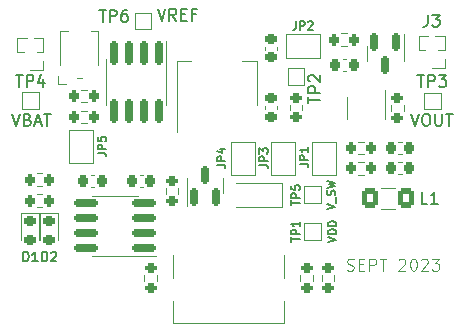
<source format=gto>
%TF.GenerationSoftware,KiCad,Pcbnew,7.0.6*%
%TF.CreationDate,2023-09-04T14:52:52+12:00*%
%TF.ProjectId,GBA_lipo,4742415f-6c69-4706-9f2e-6b696361645f,rev?*%
%TF.SameCoordinates,Original*%
%TF.FileFunction,Legend,Top*%
%TF.FilePolarity,Positive*%
%FSLAX46Y46*%
G04 Gerber Fmt 4.6, Leading zero omitted, Abs format (unit mm)*
G04 Created by KiCad (PCBNEW 7.0.6) date 2023-09-04 14:52:52*
%MOMM*%
%LPD*%
G01*
G04 APERTURE LIST*
G04 Aperture macros list*
%AMRoundRect*
0 Rectangle with rounded corners*
0 $1 Rounding radius*
0 $2 $3 $4 $5 $6 $7 $8 $9 X,Y pos of 4 corners*
0 Add a 4 corners polygon primitive as box body*
4,1,4,$2,$3,$4,$5,$6,$7,$8,$9,$2,$3,0*
0 Add four circle primitives for the rounded corners*
1,1,$1+$1,$2,$3*
1,1,$1+$1,$4,$5*
1,1,$1+$1,$6,$7*
1,1,$1+$1,$8,$9*
0 Add four rect primitives between the rounded corners*
20,1,$1+$1,$2,$3,$4,$5,0*
20,1,$1+$1,$4,$5,$6,$7,0*
20,1,$1+$1,$6,$7,$8,$9,0*
20,1,$1+$1,$8,$9,$2,$3,0*%
G04 Aperture macros list end*
%ADD10C,0.125000*%
%ADD11C,0.150000*%
%ADD12C,0.120000*%
%ADD13R,1.000000X1.000000*%
%ADD14R,1.500000X1.000000*%
%ADD15R,1.000000X1.500000*%
%ADD16RoundRect,0.200000X0.275000X-0.200000X0.275000X0.200000X-0.275000X0.200000X-0.275000X-0.200000X0*%
%ADD17RoundRect,0.250001X-0.462499X-0.624999X0.462499X-0.624999X0.462499X0.624999X-0.462499X0.624999X0*%
%ADD18O,1.000000X1.000000*%
%ADD19C,0.650000*%
%ADD20R,0.600000X1.450000*%
%ADD21R,0.300000X1.450000*%
%ADD22O,1.000000X1.600000*%
%ADD23O,1.000000X2.100000*%
%ADD24RoundRect,0.200000X0.200000X0.275000X-0.200000X0.275000X-0.200000X-0.275000X0.200000X-0.275000X0*%
%ADD25RoundRect,0.200000X-0.275000X0.200000X-0.275000X-0.200000X0.275000X-0.200000X0.275000X0.200000X0*%
%ADD26RoundRect,0.225000X-0.225000X-0.250000X0.225000X-0.250000X0.225000X0.250000X-0.225000X0.250000X0*%
%ADD27RoundRect,0.218750X-0.256250X0.218750X-0.256250X-0.218750X0.256250X-0.218750X0.256250X0.218750X0*%
%ADD28R,1.500000X2.000000*%
%ADD29R,3.800000X2.000000*%
%ADD30R,0.900000X1.200000*%
%ADD31RoundRect,0.200000X-0.200000X-0.275000X0.200000X-0.275000X0.200000X0.275000X-0.200000X0.275000X0*%
%ADD32R,1.200000X1.200000*%
%ADD33R,1.600000X1.500000*%
%ADD34R,0.650000X1.560000*%
%ADD35RoundRect,0.150000X-0.150000X0.587500X-0.150000X-0.587500X0.150000X-0.587500X0.150000X0.587500X0*%
%ADD36RoundRect,0.225000X0.225000X0.250000X-0.225000X0.250000X-0.225000X-0.250000X0.225000X-0.250000X0*%
%ADD37RoundRect,0.150000X0.825000X0.150000X-0.825000X0.150000X-0.825000X-0.150000X0.825000X-0.150000X0*%
%ADD38R,2.290000X3.000000*%
%ADD39RoundRect,0.225000X0.250000X-0.225000X0.250000X0.225000X-0.250000X0.225000X-0.250000X-0.225000X0*%
%ADD40RoundRect,0.150000X0.150000X-0.587500X0.150000X0.587500X-0.150000X0.587500X-0.150000X-0.587500X0*%
%ADD41RoundRect,0.225000X-0.250000X0.225000X-0.250000X-0.225000X0.250000X-0.225000X0.250000X0.225000X0*%
%ADD42RoundRect,0.150000X-0.150000X0.825000X-0.150000X-0.825000X0.150000X-0.825000X0.150000X0.825000X0*%
G04 APERTURE END LIST*
D10*
X110022712Y-138073500D02*
X110165569Y-138121119D01*
X110165569Y-138121119D02*
X110403664Y-138121119D01*
X110403664Y-138121119D02*
X110498902Y-138073500D01*
X110498902Y-138073500D02*
X110546521Y-138025880D01*
X110546521Y-138025880D02*
X110594140Y-137930642D01*
X110594140Y-137930642D02*
X110594140Y-137835404D01*
X110594140Y-137835404D02*
X110546521Y-137740166D01*
X110546521Y-137740166D02*
X110498902Y-137692547D01*
X110498902Y-137692547D02*
X110403664Y-137644928D01*
X110403664Y-137644928D02*
X110213188Y-137597309D01*
X110213188Y-137597309D02*
X110117950Y-137549690D01*
X110117950Y-137549690D02*
X110070331Y-137502071D01*
X110070331Y-137502071D02*
X110022712Y-137406833D01*
X110022712Y-137406833D02*
X110022712Y-137311595D01*
X110022712Y-137311595D02*
X110070331Y-137216357D01*
X110070331Y-137216357D02*
X110117950Y-137168738D01*
X110117950Y-137168738D02*
X110213188Y-137121119D01*
X110213188Y-137121119D02*
X110451283Y-137121119D01*
X110451283Y-137121119D02*
X110594140Y-137168738D01*
X111022712Y-137597309D02*
X111356045Y-137597309D01*
X111498902Y-138121119D02*
X111022712Y-138121119D01*
X111022712Y-138121119D02*
X111022712Y-137121119D01*
X111022712Y-137121119D02*
X111498902Y-137121119D01*
X111927474Y-138121119D02*
X111927474Y-137121119D01*
X111927474Y-137121119D02*
X112308426Y-137121119D01*
X112308426Y-137121119D02*
X112403664Y-137168738D01*
X112403664Y-137168738D02*
X112451283Y-137216357D01*
X112451283Y-137216357D02*
X112498902Y-137311595D01*
X112498902Y-137311595D02*
X112498902Y-137454452D01*
X112498902Y-137454452D02*
X112451283Y-137549690D01*
X112451283Y-137549690D02*
X112403664Y-137597309D01*
X112403664Y-137597309D02*
X112308426Y-137644928D01*
X112308426Y-137644928D02*
X111927474Y-137644928D01*
X112784617Y-137121119D02*
X113356045Y-137121119D01*
X113070331Y-138121119D02*
X113070331Y-137121119D01*
X114403665Y-137216357D02*
X114451284Y-137168738D01*
X114451284Y-137168738D02*
X114546522Y-137121119D01*
X114546522Y-137121119D02*
X114784617Y-137121119D01*
X114784617Y-137121119D02*
X114879855Y-137168738D01*
X114879855Y-137168738D02*
X114927474Y-137216357D01*
X114927474Y-137216357D02*
X114975093Y-137311595D01*
X114975093Y-137311595D02*
X114975093Y-137406833D01*
X114975093Y-137406833D02*
X114927474Y-137549690D01*
X114927474Y-137549690D02*
X114356046Y-138121119D01*
X114356046Y-138121119D02*
X114975093Y-138121119D01*
X115594141Y-137121119D02*
X115689379Y-137121119D01*
X115689379Y-137121119D02*
X115784617Y-137168738D01*
X115784617Y-137168738D02*
X115832236Y-137216357D01*
X115832236Y-137216357D02*
X115879855Y-137311595D01*
X115879855Y-137311595D02*
X115927474Y-137502071D01*
X115927474Y-137502071D02*
X115927474Y-137740166D01*
X115927474Y-137740166D02*
X115879855Y-137930642D01*
X115879855Y-137930642D02*
X115832236Y-138025880D01*
X115832236Y-138025880D02*
X115784617Y-138073500D01*
X115784617Y-138073500D02*
X115689379Y-138121119D01*
X115689379Y-138121119D02*
X115594141Y-138121119D01*
X115594141Y-138121119D02*
X115498903Y-138073500D01*
X115498903Y-138073500D02*
X115451284Y-138025880D01*
X115451284Y-138025880D02*
X115403665Y-137930642D01*
X115403665Y-137930642D02*
X115356046Y-137740166D01*
X115356046Y-137740166D02*
X115356046Y-137502071D01*
X115356046Y-137502071D02*
X115403665Y-137311595D01*
X115403665Y-137311595D02*
X115451284Y-137216357D01*
X115451284Y-137216357D02*
X115498903Y-137168738D01*
X115498903Y-137168738D02*
X115594141Y-137121119D01*
X116308427Y-137216357D02*
X116356046Y-137168738D01*
X116356046Y-137168738D02*
X116451284Y-137121119D01*
X116451284Y-137121119D02*
X116689379Y-137121119D01*
X116689379Y-137121119D02*
X116784617Y-137168738D01*
X116784617Y-137168738D02*
X116832236Y-137216357D01*
X116832236Y-137216357D02*
X116879855Y-137311595D01*
X116879855Y-137311595D02*
X116879855Y-137406833D01*
X116879855Y-137406833D02*
X116832236Y-137549690D01*
X116832236Y-137549690D02*
X116260808Y-138121119D01*
X116260808Y-138121119D02*
X116879855Y-138121119D01*
X117213189Y-137121119D02*
X117832236Y-137121119D01*
X117832236Y-137121119D02*
X117498903Y-137502071D01*
X117498903Y-137502071D02*
X117641760Y-137502071D01*
X117641760Y-137502071D02*
X117736998Y-137549690D01*
X117736998Y-137549690D02*
X117784617Y-137597309D01*
X117784617Y-137597309D02*
X117832236Y-137692547D01*
X117832236Y-137692547D02*
X117832236Y-137930642D01*
X117832236Y-137930642D02*
X117784617Y-138025880D01*
X117784617Y-138025880D02*
X117736998Y-138073500D01*
X117736998Y-138073500D02*
X117641760Y-138121119D01*
X117641760Y-138121119D02*
X117356046Y-138121119D01*
X117356046Y-138121119D02*
X117260808Y-138073500D01*
X117260808Y-138073500D02*
X117213189Y-138025880D01*
D11*
X105316033Y-132583333D02*
X105316033Y-132183333D01*
X106016033Y-132383333D02*
X105316033Y-132383333D01*
X106016033Y-131950000D02*
X105316033Y-131950000D01*
X105316033Y-131950000D02*
X105316033Y-131683333D01*
X105316033Y-131683333D02*
X105349366Y-131616667D01*
X105349366Y-131616667D02*
X105382700Y-131583333D01*
X105382700Y-131583333D02*
X105449366Y-131550000D01*
X105449366Y-131550000D02*
X105549366Y-131550000D01*
X105549366Y-131550000D02*
X105616033Y-131583333D01*
X105616033Y-131583333D02*
X105649366Y-131616667D01*
X105649366Y-131616667D02*
X105682700Y-131683333D01*
X105682700Y-131683333D02*
X105682700Y-131950000D01*
X105316033Y-130916667D02*
X105316033Y-131250000D01*
X105316033Y-131250000D02*
X105649366Y-131283333D01*
X105649366Y-131283333D02*
X105616033Y-131250000D01*
X105616033Y-131250000D02*
X105582700Y-131183333D01*
X105582700Y-131183333D02*
X105582700Y-131016667D01*
X105582700Y-131016667D02*
X105616033Y-130950000D01*
X105616033Y-130950000D02*
X105649366Y-130916667D01*
X105649366Y-130916667D02*
X105716033Y-130883333D01*
X105716033Y-130883333D02*
X105882700Y-130883333D01*
X105882700Y-130883333D02*
X105949366Y-130916667D01*
X105949366Y-130916667D02*
X105982700Y-130950000D01*
X105982700Y-130950000D02*
X106016033Y-131016667D01*
X106016033Y-131016667D02*
X106016033Y-131183333D01*
X106016033Y-131183333D02*
X105982700Y-131250000D01*
X105982700Y-131250000D02*
X105949366Y-131283333D01*
X108316033Y-132933333D02*
X109016033Y-132700000D01*
X109016033Y-132700000D02*
X108316033Y-132466666D01*
X109082700Y-132400000D02*
X109082700Y-131866666D01*
X108982700Y-131733333D02*
X109016033Y-131633333D01*
X109016033Y-131633333D02*
X109016033Y-131466667D01*
X109016033Y-131466667D02*
X108982700Y-131400000D01*
X108982700Y-131400000D02*
X108949366Y-131366667D01*
X108949366Y-131366667D02*
X108882700Y-131333333D01*
X108882700Y-131333333D02*
X108816033Y-131333333D01*
X108816033Y-131333333D02*
X108749366Y-131366667D01*
X108749366Y-131366667D02*
X108716033Y-131400000D01*
X108716033Y-131400000D02*
X108682700Y-131466667D01*
X108682700Y-131466667D02*
X108649366Y-131600000D01*
X108649366Y-131600000D02*
X108616033Y-131666667D01*
X108616033Y-131666667D02*
X108582700Y-131700000D01*
X108582700Y-131700000D02*
X108516033Y-131733333D01*
X108516033Y-131733333D02*
X108449366Y-131733333D01*
X108449366Y-131733333D02*
X108382700Y-131700000D01*
X108382700Y-131700000D02*
X108349366Y-131666667D01*
X108349366Y-131666667D02*
X108316033Y-131600000D01*
X108316033Y-131600000D02*
X108316033Y-131433333D01*
X108316033Y-131433333D02*
X108349366Y-131333333D01*
X108316033Y-131100000D02*
X109016033Y-130933333D01*
X109016033Y-130933333D02*
X108516033Y-130800000D01*
X108516033Y-130800000D02*
X109016033Y-130666666D01*
X109016033Y-130666666D02*
X108316033Y-130500000D01*
X88916033Y-128183333D02*
X89416033Y-128183333D01*
X89416033Y-128183333D02*
X89516033Y-128216666D01*
X89516033Y-128216666D02*
X89582700Y-128283333D01*
X89582700Y-128283333D02*
X89616033Y-128383333D01*
X89616033Y-128383333D02*
X89616033Y-128450000D01*
X89616033Y-127850000D02*
X88916033Y-127850000D01*
X88916033Y-127850000D02*
X88916033Y-127583333D01*
X88916033Y-127583333D02*
X88949366Y-127516667D01*
X88949366Y-127516667D02*
X88982700Y-127483333D01*
X88982700Y-127483333D02*
X89049366Y-127450000D01*
X89049366Y-127450000D02*
X89149366Y-127450000D01*
X89149366Y-127450000D02*
X89216033Y-127483333D01*
X89216033Y-127483333D02*
X89249366Y-127516667D01*
X89249366Y-127516667D02*
X89282700Y-127583333D01*
X89282700Y-127583333D02*
X89282700Y-127850000D01*
X88916033Y-126816667D02*
X88916033Y-127150000D01*
X88916033Y-127150000D02*
X89249366Y-127183333D01*
X89249366Y-127183333D02*
X89216033Y-127150000D01*
X89216033Y-127150000D02*
X89182700Y-127083333D01*
X89182700Y-127083333D02*
X89182700Y-126916667D01*
X89182700Y-126916667D02*
X89216033Y-126850000D01*
X89216033Y-126850000D02*
X89249366Y-126816667D01*
X89249366Y-126816667D02*
X89316033Y-126783333D01*
X89316033Y-126783333D02*
X89482700Y-126783333D01*
X89482700Y-126783333D02*
X89549366Y-126816667D01*
X89549366Y-126816667D02*
X89582700Y-126850000D01*
X89582700Y-126850000D02*
X89616033Y-126916667D01*
X89616033Y-126916667D02*
X89616033Y-127083333D01*
X89616033Y-127083333D02*
X89582700Y-127150000D01*
X89582700Y-127150000D02*
X89549366Y-127183333D01*
X99016033Y-129183333D02*
X99516033Y-129183333D01*
X99516033Y-129183333D02*
X99616033Y-129216666D01*
X99616033Y-129216666D02*
X99682700Y-129283333D01*
X99682700Y-129283333D02*
X99716033Y-129383333D01*
X99716033Y-129383333D02*
X99716033Y-129450000D01*
X99716033Y-128850000D02*
X99016033Y-128850000D01*
X99016033Y-128850000D02*
X99016033Y-128583333D01*
X99016033Y-128583333D02*
X99049366Y-128516667D01*
X99049366Y-128516667D02*
X99082700Y-128483333D01*
X99082700Y-128483333D02*
X99149366Y-128450000D01*
X99149366Y-128450000D02*
X99249366Y-128450000D01*
X99249366Y-128450000D02*
X99316033Y-128483333D01*
X99316033Y-128483333D02*
X99349366Y-128516667D01*
X99349366Y-128516667D02*
X99382700Y-128583333D01*
X99382700Y-128583333D02*
X99382700Y-128850000D01*
X99249366Y-127850000D02*
X99716033Y-127850000D01*
X98982700Y-128016667D02*
X99482700Y-128183333D01*
X99482700Y-128183333D02*
X99482700Y-127750000D01*
X102616033Y-129183333D02*
X103116033Y-129183333D01*
X103116033Y-129183333D02*
X103216033Y-129216666D01*
X103216033Y-129216666D02*
X103282700Y-129283333D01*
X103282700Y-129283333D02*
X103316033Y-129383333D01*
X103316033Y-129383333D02*
X103316033Y-129450000D01*
X103316033Y-128850000D02*
X102616033Y-128850000D01*
X102616033Y-128850000D02*
X102616033Y-128583333D01*
X102616033Y-128583333D02*
X102649366Y-128516667D01*
X102649366Y-128516667D02*
X102682700Y-128483333D01*
X102682700Y-128483333D02*
X102749366Y-128450000D01*
X102749366Y-128450000D02*
X102849366Y-128450000D01*
X102849366Y-128450000D02*
X102916033Y-128483333D01*
X102916033Y-128483333D02*
X102949366Y-128516667D01*
X102949366Y-128516667D02*
X102982700Y-128583333D01*
X102982700Y-128583333D02*
X102982700Y-128850000D01*
X102616033Y-128216667D02*
X102616033Y-127783333D01*
X102616033Y-127783333D02*
X102882700Y-128016667D01*
X102882700Y-128016667D02*
X102882700Y-127916667D01*
X102882700Y-127916667D02*
X102916033Y-127850000D01*
X102916033Y-127850000D02*
X102949366Y-127816667D01*
X102949366Y-127816667D02*
X103016033Y-127783333D01*
X103016033Y-127783333D02*
X103182700Y-127783333D01*
X103182700Y-127783333D02*
X103249366Y-127816667D01*
X103249366Y-127816667D02*
X103282700Y-127850000D01*
X103282700Y-127850000D02*
X103316033Y-127916667D01*
X103316033Y-127916667D02*
X103316033Y-128116667D01*
X103316033Y-128116667D02*
X103282700Y-128183333D01*
X103282700Y-128183333D02*
X103249366Y-128216667D01*
X105716666Y-117016033D02*
X105716666Y-117516033D01*
X105716666Y-117516033D02*
X105683333Y-117616033D01*
X105683333Y-117616033D02*
X105616666Y-117682700D01*
X105616666Y-117682700D02*
X105516666Y-117716033D01*
X105516666Y-117716033D02*
X105450000Y-117716033D01*
X106049999Y-117716033D02*
X106049999Y-117016033D01*
X106049999Y-117016033D02*
X106316666Y-117016033D01*
X106316666Y-117016033D02*
X106383333Y-117049366D01*
X106383333Y-117049366D02*
X106416666Y-117082700D01*
X106416666Y-117082700D02*
X106449999Y-117149366D01*
X106449999Y-117149366D02*
X106449999Y-117249366D01*
X106449999Y-117249366D02*
X106416666Y-117316033D01*
X106416666Y-117316033D02*
X106383333Y-117349366D01*
X106383333Y-117349366D02*
X106316666Y-117382700D01*
X106316666Y-117382700D02*
X106049999Y-117382700D01*
X106716666Y-117082700D02*
X106749999Y-117049366D01*
X106749999Y-117049366D02*
X106816666Y-117016033D01*
X106816666Y-117016033D02*
X106983333Y-117016033D01*
X106983333Y-117016033D02*
X107049999Y-117049366D01*
X107049999Y-117049366D02*
X107083333Y-117082700D01*
X107083333Y-117082700D02*
X107116666Y-117149366D01*
X107116666Y-117149366D02*
X107116666Y-117216033D01*
X107116666Y-117216033D02*
X107083333Y-117316033D01*
X107083333Y-117316033D02*
X106683333Y-117716033D01*
X106683333Y-117716033D02*
X107116666Y-117716033D01*
X106016033Y-129083333D02*
X106516033Y-129083333D01*
X106516033Y-129083333D02*
X106616033Y-129116666D01*
X106616033Y-129116666D02*
X106682700Y-129183333D01*
X106682700Y-129183333D02*
X106716033Y-129283333D01*
X106716033Y-129283333D02*
X106716033Y-129350000D01*
X106716033Y-128750000D02*
X106016033Y-128750000D01*
X106016033Y-128750000D02*
X106016033Y-128483333D01*
X106016033Y-128483333D02*
X106049366Y-128416667D01*
X106049366Y-128416667D02*
X106082700Y-128383333D01*
X106082700Y-128383333D02*
X106149366Y-128350000D01*
X106149366Y-128350000D02*
X106249366Y-128350000D01*
X106249366Y-128350000D02*
X106316033Y-128383333D01*
X106316033Y-128383333D02*
X106349366Y-128416667D01*
X106349366Y-128416667D02*
X106382700Y-128483333D01*
X106382700Y-128483333D02*
X106382700Y-128750000D01*
X106716033Y-127683333D02*
X106716033Y-128083333D01*
X106716033Y-127883333D02*
X106016033Y-127883333D01*
X106016033Y-127883333D02*
X106116033Y-127950000D01*
X106116033Y-127950000D02*
X106182700Y-128016667D01*
X106182700Y-128016667D02*
X106216033Y-128083333D01*
X89038095Y-116054819D02*
X89609523Y-116054819D01*
X89323809Y-117054819D02*
X89323809Y-116054819D01*
X89942857Y-117054819D02*
X89942857Y-116054819D01*
X89942857Y-116054819D02*
X90323809Y-116054819D01*
X90323809Y-116054819D02*
X90419047Y-116102438D01*
X90419047Y-116102438D02*
X90466666Y-116150057D01*
X90466666Y-116150057D02*
X90514285Y-116245295D01*
X90514285Y-116245295D02*
X90514285Y-116388152D01*
X90514285Y-116388152D02*
X90466666Y-116483390D01*
X90466666Y-116483390D02*
X90419047Y-116531009D01*
X90419047Y-116531009D02*
X90323809Y-116578628D01*
X90323809Y-116578628D02*
X89942857Y-116578628D01*
X91371428Y-116054819D02*
X91180952Y-116054819D01*
X91180952Y-116054819D02*
X91085714Y-116102438D01*
X91085714Y-116102438D02*
X91038095Y-116150057D01*
X91038095Y-116150057D02*
X90942857Y-116292914D01*
X90942857Y-116292914D02*
X90895238Y-116483390D01*
X90895238Y-116483390D02*
X90895238Y-116864342D01*
X90895238Y-116864342D02*
X90942857Y-116959580D01*
X90942857Y-116959580D02*
X90990476Y-117007200D01*
X90990476Y-117007200D02*
X91085714Y-117054819D01*
X91085714Y-117054819D02*
X91276190Y-117054819D01*
X91276190Y-117054819D02*
X91371428Y-117007200D01*
X91371428Y-117007200D02*
X91419047Y-116959580D01*
X91419047Y-116959580D02*
X91466666Y-116864342D01*
X91466666Y-116864342D02*
X91466666Y-116626247D01*
X91466666Y-116626247D02*
X91419047Y-116531009D01*
X91419047Y-116531009D02*
X91371428Y-116483390D01*
X91371428Y-116483390D02*
X91276190Y-116435771D01*
X91276190Y-116435771D02*
X91085714Y-116435771D01*
X91085714Y-116435771D02*
X90990476Y-116483390D01*
X90990476Y-116483390D02*
X90942857Y-116531009D01*
X90942857Y-116531009D02*
X90895238Y-116626247D01*
X93985714Y-115954819D02*
X94319047Y-116954819D01*
X94319047Y-116954819D02*
X94652380Y-115954819D01*
X95557142Y-116954819D02*
X95223809Y-116478628D01*
X94985714Y-116954819D02*
X94985714Y-115954819D01*
X94985714Y-115954819D02*
X95366666Y-115954819D01*
X95366666Y-115954819D02*
X95461904Y-116002438D01*
X95461904Y-116002438D02*
X95509523Y-116050057D01*
X95509523Y-116050057D02*
X95557142Y-116145295D01*
X95557142Y-116145295D02*
X95557142Y-116288152D01*
X95557142Y-116288152D02*
X95509523Y-116383390D01*
X95509523Y-116383390D02*
X95461904Y-116431009D01*
X95461904Y-116431009D02*
X95366666Y-116478628D01*
X95366666Y-116478628D02*
X94985714Y-116478628D01*
X95985714Y-116431009D02*
X96319047Y-116431009D01*
X96461904Y-116954819D02*
X95985714Y-116954819D01*
X95985714Y-116954819D02*
X95985714Y-115954819D01*
X95985714Y-115954819D02*
X96461904Y-115954819D01*
X97223809Y-116431009D02*
X96890476Y-116431009D01*
X96890476Y-116954819D02*
X96890476Y-115954819D01*
X96890476Y-115954819D02*
X97366666Y-115954819D01*
X81988095Y-121554819D02*
X82559523Y-121554819D01*
X82273809Y-122554819D02*
X82273809Y-121554819D01*
X82892857Y-122554819D02*
X82892857Y-121554819D01*
X82892857Y-121554819D02*
X83273809Y-121554819D01*
X83273809Y-121554819D02*
X83369047Y-121602438D01*
X83369047Y-121602438D02*
X83416666Y-121650057D01*
X83416666Y-121650057D02*
X83464285Y-121745295D01*
X83464285Y-121745295D02*
X83464285Y-121888152D01*
X83464285Y-121888152D02*
X83416666Y-121983390D01*
X83416666Y-121983390D02*
X83369047Y-122031009D01*
X83369047Y-122031009D02*
X83273809Y-122078628D01*
X83273809Y-122078628D02*
X82892857Y-122078628D01*
X84321428Y-121888152D02*
X84321428Y-122554819D01*
X84083333Y-121507200D02*
X83845238Y-122221485D01*
X83845238Y-122221485D02*
X84464285Y-122221485D01*
X81657143Y-124854819D02*
X81990476Y-125854819D01*
X81990476Y-125854819D02*
X82323809Y-124854819D01*
X82990476Y-125331009D02*
X83133333Y-125378628D01*
X83133333Y-125378628D02*
X83180952Y-125426247D01*
X83180952Y-125426247D02*
X83228571Y-125521485D01*
X83228571Y-125521485D02*
X83228571Y-125664342D01*
X83228571Y-125664342D02*
X83180952Y-125759580D01*
X83180952Y-125759580D02*
X83133333Y-125807200D01*
X83133333Y-125807200D02*
X83038095Y-125854819D01*
X83038095Y-125854819D02*
X82657143Y-125854819D01*
X82657143Y-125854819D02*
X82657143Y-124854819D01*
X82657143Y-124854819D02*
X82990476Y-124854819D01*
X82990476Y-124854819D02*
X83085714Y-124902438D01*
X83085714Y-124902438D02*
X83133333Y-124950057D01*
X83133333Y-124950057D02*
X83180952Y-125045295D01*
X83180952Y-125045295D02*
X83180952Y-125140533D01*
X83180952Y-125140533D02*
X83133333Y-125235771D01*
X83133333Y-125235771D02*
X83085714Y-125283390D01*
X83085714Y-125283390D02*
X82990476Y-125331009D01*
X82990476Y-125331009D02*
X82657143Y-125331009D01*
X83609524Y-125569104D02*
X84085714Y-125569104D01*
X83514286Y-125854819D02*
X83847619Y-124854819D01*
X83847619Y-124854819D02*
X84180952Y-125854819D01*
X84371429Y-124854819D02*
X84942857Y-124854819D01*
X84657143Y-125854819D02*
X84657143Y-124854819D01*
X115988095Y-121554819D02*
X116559523Y-121554819D01*
X116273809Y-122554819D02*
X116273809Y-121554819D01*
X116892857Y-122554819D02*
X116892857Y-121554819D01*
X116892857Y-121554819D02*
X117273809Y-121554819D01*
X117273809Y-121554819D02*
X117369047Y-121602438D01*
X117369047Y-121602438D02*
X117416666Y-121650057D01*
X117416666Y-121650057D02*
X117464285Y-121745295D01*
X117464285Y-121745295D02*
X117464285Y-121888152D01*
X117464285Y-121888152D02*
X117416666Y-121983390D01*
X117416666Y-121983390D02*
X117369047Y-122031009D01*
X117369047Y-122031009D02*
X117273809Y-122078628D01*
X117273809Y-122078628D02*
X116892857Y-122078628D01*
X117797619Y-121554819D02*
X118416666Y-121554819D01*
X118416666Y-121554819D02*
X118083333Y-121935771D01*
X118083333Y-121935771D02*
X118226190Y-121935771D01*
X118226190Y-121935771D02*
X118321428Y-121983390D01*
X118321428Y-121983390D02*
X118369047Y-122031009D01*
X118369047Y-122031009D02*
X118416666Y-122126247D01*
X118416666Y-122126247D02*
X118416666Y-122364342D01*
X118416666Y-122364342D02*
X118369047Y-122459580D01*
X118369047Y-122459580D02*
X118321428Y-122507200D01*
X118321428Y-122507200D02*
X118226190Y-122554819D01*
X118226190Y-122554819D02*
X117940476Y-122554819D01*
X117940476Y-122554819D02*
X117845238Y-122507200D01*
X117845238Y-122507200D02*
X117797619Y-122459580D01*
X115438095Y-124854819D02*
X115771428Y-125854819D01*
X115771428Y-125854819D02*
X116104761Y-124854819D01*
X116628571Y-124854819D02*
X116819047Y-124854819D01*
X116819047Y-124854819D02*
X116914285Y-124902438D01*
X116914285Y-124902438D02*
X117009523Y-124997676D01*
X117009523Y-124997676D02*
X117057142Y-125188152D01*
X117057142Y-125188152D02*
X117057142Y-125521485D01*
X117057142Y-125521485D02*
X117009523Y-125711961D01*
X117009523Y-125711961D02*
X116914285Y-125807200D01*
X116914285Y-125807200D02*
X116819047Y-125854819D01*
X116819047Y-125854819D02*
X116628571Y-125854819D01*
X116628571Y-125854819D02*
X116533333Y-125807200D01*
X116533333Y-125807200D02*
X116438095Y-125711961D01*
X116438095Y-125711961D02*
X116390476Y-125521485D01*
X116390476Y-125521485D02*
X116390476Y-125188152D01*
X116390476Y-125188152D02*
X116438095Y-124997676D01*
X116438095Y-124997676D02*
X116533333Y-124902438D01*
X116533333Y-124902438D02*
X116628571Y-124854819D01*
X117485714Y-124854819D02*
X117485714Y-125664342D01*
X117485714Y-125664342D02*
X117533333Y-125759580D01*
X117533333Y-125759580D02*
X117580952Y-125807200D01*
X117580952Y-125807200D02*
X117676190Y-125854819D01*
X117676190Y-125854819D02*
X117866666Y-125854819D01*
X117866666Y-125854819D02*
X117961904Y-125807200D01*
X117961904Y-125807200D02*
X118009523Y-125759580D01*
X118009523Y-125759580D02*
X118057142Y-125664342D01*
X118057142Y-125664342D02*
X118057142Y-124854819D01*
X118390476Y-124854819D02*
X118961904Y-124854819D01*
X118676190Y-125854819D02*
X118676190Y-124854819D01*
X106754819Y-123961904D02*
X106754819Y-123390476D01*
X107754819Y-123676190D02*
X106754819Y-123676190D01*
X107754819Y-123057142D02*
X106754819Y-123057142D01*
X106754819Y-123057142D02*
X106754819Y-122676190D01*
X106754819Y-122676190D02*
X106802438Y-122580952D01*
X106802438Y-122580952D02*
X106850057Y-122533333D01*
X106850057Y-122533333D02*
X106945295Y-122485714D01*
X106945295Y-122485714D02*
X107088152Y-122485714D01*
X107088152Y-122485714D02*
X107183390Y-122533333D01*
X107183390Y-122533333D02*
X107231009Y-122580952D01*
X107231009Y-122580952D02*
X107278628Y-122676190D01*
X107278628Y-122676190D02*
X107278628Y-123057142D01*
X106850057Y-122104761D02*
X106802438Y-122057142D01*
X106802438Y-122057142D02*
X106754819Y-121961904D01*
X106754819Y-121961904D02*
X106754819Y-121723809D01*
X106754819Y-121723809D02*
X106802438Y-121628571D01*
X106802438Y-121628571D02*
X106850057Y-121580952D01*
X106850057Y-121580952D02*
X106945295Y-121533333D01*
X106945295Y-121533333D02*
X107040533Y-121533333D01*
X107040533Y-121533333D02*
X107183390Y-121580952D01*
X107183390Y-121580952D02*
X107754819Y-122152380D01*
X107754819Y-122152380D02*
X107754819Y-121533333D01*
X105316033Y-135683333D02*
X105316033Y-135283333D01*
X106016033Y-135483333D02*
X105316033Y-135483333D01*
X106016033Y-135050000D02*
X105316033Y-135050000D01*
X105316033Y-135050000D02*
X105316033Y-134783333D01*
X105316033Y-134783333D02*
X105349366Y-134716667D01*
X105349366Y-134716667D02*
X105382700Y-134683333D01*
X105382700Y-134683333D02*
X105449366Y-134650000D01*
X105449366Y-134650000D02*
X105549366Y-134650000D01*
X105549366Y-134650000D02*
X105616033Y-134683333D01*
X105616033Y-134683333D02*
X105649366Y-134716667D01*
X105649366Y-134716667D02*
X105682700Y-134783333D01*
X105682700Y-134783333D02*
X105682700Y-135050000D01*
X106016033Y-133983333D02*
X106016033Y-134383333D01*
X106016033Y-134183333D02*
X105316033Y-134183333D01*
X105316033Y-134183333D02*
X105416033Y-134250000D01*
X105416033Y-134250000D02*
X105482700Y-134316667D01*
X105482700Y-134316667D02*
X105516033Y-134383333D01*
X108416033Y-135733333D02*
X109116033Y-135500000D01*
X109116033Y-135500000D02*
X108416033Y-135266666D01*
X109116033Y-135033333D02*
X108416033Y-135033333D01*
X108416033Y-135033333D02*
X108416033Y-134866666D01*
X108416033Y-134866666D02*
X108449366Y-134766666D01*
X108449366Y-134766666D02*
X108516033Y-134700000D01*
X108516033Y-134700000D02*
X108582700Y-134666666D01*
X108582700Y-134666666D02*
X108716033Y-134633333D01*
X108716033Y-134633333D02*
X108816033Y-134633333D01*
X108816033Y-134633333D02*
X108949366Y-134666666D01*
X108949366Y-134666666D02*
X109016033Y-134700000D01*
X109016033Y-134700000D02*
X109082700Y-134766666D01*
X109082700Y-134766666D02*
X109116033Y-134866666D01*
X109116033Y-134866666D02*
X109116033Y-135033333D01*
X109116033Y-134333333D02*
X108416033Y-134333333D01*
X108416033Y-134333333D02*
X108416033Y-134166666D01*
X108416033Y-134166666D02*
X108449366Y-134066666D01*
X108449366Y-134066666D02*
X108516033Y-134000000D01*
X108516033Y-134000000D02*
X108582700Y-133966666D01*
X108582700Y-133966666D02*
X108716033Y-133933333D01*
X108716033Y-133933333D02*
X108816033Y-133933333D01*
X108816033Y-133933333D02*
X108949366Y-133966666D01*
X108949366Y-133966666D02*
X109016033Y-134000000D01*
X109016033Y-134000000D02*
X109082700Y-134066666D01*
X109082700Y-134066666D02*
X109116033Y-134166666D01*
X109116033Y-134166666D02*
X109116033Y-134333333D01*
X116833333Y-132454819D02*
X116357143Y-132454819D01*
X116357143Y-132454819D02*
X116357143Y-131454819D01*
X117690476Y-132454819D02*
X117119048Y-132454819D01*
X117404762Y-132454819D02*
X117404762Y-131454819D01*
X117404762Y-131454819D02*
X117309524Y-131597676D01*
X117309524Y-131597676D02*
X117214286Y-131692914D01*
X117214286Y-131692914D02*
X117119048Y-131740533D01*
X116866666Y-116454819D02*
X116866666Y-117169104D01*
X116866666Y-117169104D02*
X116819047Y-117311961D01*
X116819047Y-117311961D02*
X116723809Y-117407200D01*
X116723809Y-117407200D02*
X116580952Y-117454819D01*
X116580952Y-117454819D02*
X116485714Y-117454819D01*
X117247619Y-116454819D02*
X117866666Y-116454819D01*
X117866666Y-116454819D02*
X117533333Y-116835771D01*
X117533333Y-116835771D02*
X117676190Y-116835771D01*
X117676190Y-116835771D02*
X117771428Y-116883390D01*
X117771428Y-116883390D02*
X117819047Y-116931009D01*
X117819047Y-116931009D02*
X117866666Y-117026247D01*
X117866666Y-117026247D02*
X117866666Y-117264342D01*
X117866666Y-117264342D02*
X117819047Y-117359580D01*
X117819047Y-117359580D02*
X117771428Y-117407200D01*
X117771428Y-117407200D02*
X117676190Y-117454819D01*
X117676190Y-117454819D02*
X117390476Y-117454819D01*
X117390476Y-117454819D02*
X117295238Y-117407200D01*
X117295238Y-117407200D02*
X117247619Y-117359580D01*
X82609524Y-137350295D02*
X82609524Y-136550295D01*
X82609524Y-136550295D02*
X82800000Y-136550295D01*
X82800000Y-136550295D02*
X82914286Y-136588390D01*
X82914286Y-136588390D02*
X82990476Y-136664580D01*
X82990476Y-136664580D02*
X83028571Y-136740771D01*
X83028571Y-136740771D02*
X83066667Y-136893152D01*
X83066667Y-136893152D02*
X83066667Y-137007438D01*
X83066667Y-137007438D02*
X83028571Y-137159819D01*
X83028571Y-137159819D02*
X82990476Y-137236009D01*
X82990476Y-137236009D02*
X82914286Y-137312200D01*
X82914286Y-137312200D02*
X82800000Y-137350295D01*
X82800000Y-137350295D02*
X82609524Y-137350295D01*
X83828571Y-137350295D02*
X83371428Y-137350295D01*
X83600000Y-137350295D02*
X83600000Y-136550295D01*
X83600000Y-136550295D02*
X83523809Y-136664580D01*
X83523809Y-136664580D02*
X83447619Y-136740771D01*
X83447619Y-136740771D02*
X83371428Y-136778866D01*
X84209524Y-137350295D02*
X84209524Y-136550295D01*
X84209524Y-136550295D02*
X84400000Y-136550295D01*
X84400000Y-136550295D02*
X84514286Y-136588390D01*
X84514286Y-136588390D02*
X84590476Y-136664580D01*
X84590476Y-136664580D02*
X84628571Y-136740771D01*
X84628571Y-136740771D02*
X84666667Y-136893152D01*
X84666667Y-136893152D02*
X84666667Y-137007438D01*
X84666667Y-137007438D02*
X84628571Y-137159819D01*
X84628571Y-137159819D02*
X84590476Y-137236009D01*
X84590476Y-137236009D02*
X84514286Y-137312200D01*
X84514286Y-137312200D02*
X84400000Y-137350295D01*
X84400000Y-137350295D02*
X84209524Y-137350295D01*
X84971428Y-136626485D02*
X85009524Y-136588390D01*
X85009524Y-136588390D02*
X85085714Y-136550295D01*
X85085714Y-136550295D02*
X85276190Y-136550295D01*
X85276190Y-136550295D02*
X85352381Y-136588390D01*
X85352381Y-136588390D02*
X85390476Y-136626485D01*
X85390476Y-136626485D02*
X85428571Y-136702676D01*
X85428571Y-136702676D02*
X85428571Y-136778866D01*
X85428571Y-136778866D02*
X85390476Y-136893152D01*
X85390476Y-136893152D02*
X84933333Y-137350295D01*
X84933333Y-137350295D02*
X85428571Y-137350295D01*
D12*
X106400000Y-132400000D02*
X106400000Y-131000000D01*
X107800000Y-131000000D02*
X107800000Y-132400000D01*
X106400000Y-131000000D02*
X107800000Y-131000000D01*
X107800000Y-132400000D02*
X106400000Y-132400000D01*
X86500000Y-129000000D02*
X86500000Y-126200000D01*
X86500000Y-126200000D02*
X88500000Y-126200000D01*
X88500000Y-126200000D02*
X88500000Y-129000000D01*
X88500000Y-129000000D02*
X86500000Y-129000000D01*
X100200000Y-130000000D02*
X100200000Y-127200000D01*
X100200000Y-127200000D02*
X102200000Y-127200000D01*
X102200000Y-127200000D02*
X102200000Y-130000000D01*
X102200000Y-130000000D02*
X100200000Y-130000000D01*
X103600000Y-130000000D02*
X103600000Y-127200000D01*
X103600000Y-127200000D02*
X105600000Y-127200000D01*
X105600000Y-127200000D02*
X105600000Y-130000000D01*
X105600000Y-130000000D02*
X103600000Y-130000000D01*
X107700000Y-118100000D02*
X107700000Y-120100000D01*
X104900000Y-118100000D02*
X107700000Y-118100000D01*
X104900000Y-120100000D02*
X104900000Y-118100000D01*
X107700000Y-120100000D02*
X104900000Y-120100000D01*
X107100000Y-127200000D02*
X109100000Y-127200000D01*
X107100000Y-130000000D02*
X107100000Y-127200000D01*
X109100000Y-130000000D02*
X107100000Y-130000000D01*
X109100000Y-127200000D02*
X109100000Y-130000000D01*
X92050000Y-117700000D02*
X92050000Y-116300000D01*
X93450000Y-116300000D02*
X93450000Y-117700000D01*
X92050000Y-116300000D02*
X93450000Y-116300000D01*
X93450000Y-117700000D02*
X92050000Y-117700000D01*
X82550000Y-124400000D02*
X82550000Y-123000000D01*
X83950000Y-123000000D02*
X83950000Y-124400000D01*
X82550000Y-123000000D02*
X83950000Y-123000000D01*
X83950000Y-124400000D02*
X82550000Y-124400000D01*
X116550000Y-124450000D02*
X116550000Y-123050000D01*
X117950000Y-123050000D02*
X117950000Y-124450000D01*
X116550000Y-123050000D02*
X117950000Y-123050000D01*
X117950000Y-124450000D02*
X116550000Y-124450000D01*
X105000000Y-122400000D02*
X105000000Y-121000000D01*
X106400000Y-121000000D02*
X106400000Y-122400000D01*
X105000000Y-121000000D02*
X106400000Y-121000000D01*
X106400000Y-122400000D02*
X105000000Y-122400000D01*
X107800000Y-135500000D02*
X106400000Y-135500000D01*
X106400000Y-134100000D02*
X107800000Y-134100000D01*
X107800000Y-134100000D02*
X107800000Y-135500000D01*
X106400000Y-135500000D02*
X106400000Y-134100000D01*
X106222500Y-124537258D02*
X106222500Y-124062742D01*
X105177500Y-124537258D02*
X105177500Y-124062742D01*
X112897936Y-131090000D02*
X114102064Y-131090000D01*
X112897936Y-132910000D02*
X114102064Y-132910000D01*
X118310000Y-120210000D02*
X118310000Y-120970000D01*
X118310000Y-119450000D02*
X118310000Y-118245000D01*
X118310000Y-119450000D02*
X117763471Y-119450000D01*
X116892470Y-118245000D02*
X116090000Y-118245000D01*
X116090000Y-119450000D02*
X116090000Y-118245000D01*
X118310000Y-120970000D02*
X117200000Y-120970000D01*
X118310000Y-118245000D02*
X117507530Y-118245000D01*
X116636529Y-119450000D02*
X116090000Y-119450000D01*
X95300000Y-136790000D02*
X95300000Y-138790000D01*
X95300000Y-140690000D02*
X95300000Y-142590000D01*
X104700000Y-136790000D02*
X104700000Y-138790000D01*
X104700000Y-140690000D02*
X104700000Y-142590000D01*
X95300000Y-142590000D02*
X104700000Y-142590000D01*
X87977258Y-123862500D02*
X87502742Y-123862500D01*
X87977258Y-122817500D02*
X87502742Y-122817500D01*
X92877500Y-138502742D02*
X92877500Y-138977258D01*
X93922500Y-138502742D02*
X93922500Y-138977258D01*
X88332420Y-131050000D02*
X88613580Y-131050000D01*
X88332420Y-130030000D02*
X88613580Y-130030000D01*
X83935000Y-133242500D02*
X82465000Y-133242500D01*
X83935000Y-135527500D02*
X83935000Y-133242500D01*
X82465000Y-133242500D02*
X82465000Y-135527500D01*
X102410000Y-120355000D02*
X101150000Y-120355000D01*
X95590000Y-126365000D02*
X95590000Y-120355000D01*
X95590000Y-120355000D02*
X96850000Y-120355000D01*
X102410000Y-124115000D02*
X102410000Y-120355000D01*
X104500000Y-132740000D02*
X104500000Y-130740000D01*
X104500000Y-130740000D02*
X100600000Y-130740000D01*
X104500000Y-132740000D02*
X100600000Y-132740000D01*
X83762742Y-132709500D02*
X84237258Y-132709500D01*
X83762742Y-131664500D02*
X84237258Y-131664500D01*
X85565000Y-122340000D02*
X86265000Y-122340000D01*
X87165000Y-121840000D02*
X87565000Y-121840000D01*
X85765000Y-120740000D02*
X85765000Y-117840000D01*
X88965000Y-120740000D02*
X88965000Y-117840000D01*
X88965000Y-117840000D02*
X88365000Y-117840000D01*
X85565000Y-121640000D02*
X85565000Y-122340000D01*
X85765000Y-117840000D02*
X86365000Y-117840000D01*
X113210000Y-125265000D02*
X113210000Y-122815000D01*
X109990000Y-123465000D02*
X109990000Y-125265000D01*
X114384420Y-128250000D02*
X114665580Y-128250000D01*
X114384420Y-127230000D02*
X114665580Y-127230000D01*
X85535000Y-133242500D02*
X84065000Y-133242500D01*
X84065000Y-133242500D02*
X84065000Y-135527500D01*
X85535000Y-135527500D02*
X85535000Y-133242500D01*
X114810000Y-119740000D02*
X114810000Y-120390000D01*
X111690000Y-119740000D02*
X111690000Y-119090000D01*
X114810000Y-119740000D02*
X114810000Y-118065000D01*
X111690000Y-119740000D02*
X111690000Y-120390000D01*
X92740580Y-131050000D02*
X92459420Y-131050000D01*
X92740580Y-130030000D02*
X92459420Y-130030000D01*
X109684420Y-121250000D02*
X109965580Y-121250000D01*
X109684420Y-120230000D02*
X109965580Y-120230000D01*
X90370000Y-136900000D02*
X93820000Y-136900000D01*
X90370000Y-131780000D02*
X92320000Y-131780000D01*
X90370000Y-131780000D02*
X88420000Y-131780000D01*
X90370000Y-136900000D02*
X88420000Y-136900000D01*
X95722500Y-131127742D02*
X95722500Y-131602258D01*
X94677500Y-131127742D02*
X94677500Y-131602258D01*
X83762742Y-130931500D02*
X84237258Y-130931500D01*
X83762742Y-129886500D02*
X84237258Y-129886500D01*
X82090000Y-119650000D02*
X82090000Y-118445000D01*
X82892470Y-118445000D02*
X82090000Y-118445000D01*
X82636529Y-119650000D02*
X82090000Y-119650000D01*
X84310000Y-119650000D02*
X84310000Y-118445000D01*
X84310000Y-119650000D02*
X83763471Y-119650000D01*
X84310000Y-118445000D02*
X83507530Y-118445000D01*
X84310000Y-121170000D02*
X83200000Y-121170000D01*
X84310000Y-120410000D02*
X84310000Y-121170000D01*
X110962742Y-129987500D02*
X111437258Y-129987500D01*
X110962742Y-128942500D02*
X111437258Y-128942500D01*
X107877500Y-138502742D02*
X107877500Y-138977258D01*
X108922500Y-138502742D02*
X108922500Y-138977258D01*
X107122500Y-138527742D02*
X107122500Y-139002258D01*
X106077500Y-138527742D02*
X106077500Y-139002258D01*
X87502742Y-125662500D02*
X87977258Y-125662500D01*
X87502742Y-124617500D02*
X87977258Y-124617500D01*
X110962742Y-127217500D02*
X111437258Y-127217500D01*
X110962742Y-128262500D02*
X111437258Y-128262500D01*
X103090000Y-124440580D02*
X103090000Y-124159420D01*
X104110000Y-124440580D02*
X104110000Y-124159420D01*
X96440000Y-130940000D02*
X96440000Y-132615000D01*
X96440000Y-130940000D02*
X96440000Y-130290000D01*
X99560000Y-130940000D02*
X99560000Y-131590000D01*
X99560000Y-130940000D02*
X99560000Y-130290000D01*
X104110000Y-119149420D02*
X104110000Y-119430580D01*
X103090000Y-119149420D02*
X103090000Y-119430580D01*
X114665580Y-128955000D02*
X114384420Y-128955000D01*
X114665580Y-129975000D02*
X114384420Y-129975000D01*
X114822500Y-124577258D02*
X114822500Y-124102742D01*
X113777500Y-124577258D02*
X113777500Y-124102742D01*
X109537742Y-119087500D02*
X110012258Y-119087500D01*
X109537742Y-118042500D02*
X110012258Y-118042500D01*
X89605000Y-122140000D02*
X89605000Y-120190000D01*
X89605000Y-122140000D02*
X89605000Y-124090000D01*
X94725000Y-122140000D02*
X94725000Y-118690000D01*
X94725000Y-122140000D02*
X94725000Y-124090000D01*
%LPC*%
D13*
X107100000Y-131700000D03*
D14*
X87500000Y-126950000D03*
X87500000Y-128250000D03*
X101200000Y-127950000D03*
X101200000Y-129250000D03*
X104600000Y-127950000D03*
X104600000Y-129250000D03*
D15*
X106950000Y-119100000D03*
X105650000Y-119100000D03*
D14*
X108100000Y-127950000D03*
X108100000Y-129250000D03*
D13*
X92750000Y-117000000D03*
X83250000Y-123700000D03*
X117250000Y-123750000D03*
X105700000Y-121700000D03*
X107100000Y-134800000D03*
D16*
X105700000Y-125125000D03*
X105700000Y-123475000D03*
D17*
X114987500Y-132000000D03*
X112012500Y-132000000D03*
D13*
X117200000Y-120210000D03*
D18*
X117200000Y-118940000D03*
D19*
X102890000Y-136090000D03*
X97110000Y-136090000D03*
D20*
X96750000Y-134645000D03*
X97550000Y-134645000D03*
D21*
X98750000Y-134645000D03*
X99750000Y-134645000D03*
X100250000Y-134645000D03*
X101250000Y-134645000D03*
D20*
X102450000Y-134645000D03*
X103250000Y-134645000D03*
X103250000Y-134645000D03*
X102450000Y-134645000D03*
D21*
X101750000Y-134645000D03*
X100750000Y-134645000D03*
X99250000Y-134645000D03*
X98250000Y-134645000D03*
D20*
X97550000Y-134645000D03*
X96750000Y-134645000D03*
D22*
X95680000Y-139740000D03*
X104320000Y-139740000D03*
D23*
X104320000Y-135560000D03*
X95680000Y-135560000D03*
D24*
X88565000Y-123340000D03*
X86915000Y-123340000D03*
D25*
X93400000Y-137915000D03*
X93400000Y-139565000D03*
D26*
X87698000Y-130540000D03*
X89248000Y-130540000D03*
D27*
X83200000Y-133940000D03*
X83200000Y-135515000D03*
D28*
X96700000Y-125415000D03*
X99000000Y-125415000D03*
D29*
X99000000Y-119115000D03*
D28*
X101300000Y-125415000D03*
D30*
X103900000Y-131740000D03*
X100600000Y-131740000D03*
D31*
X83175000Y-132187000D03*
X84825000Y-132187000D03*
D32*
X86365000Y-121540000D03*
D33*
X87365000Y-118290000D03*
D32*
X88365000Y-121540000D03*
D34*
X112550000Y-123015000D03*
X111600000Y-123015000D03*
X110650000Y-123015000D03*
X110650000Y-125715000D03*
X112550000Y-125715000D03*
D26*
X113750000Y-127740000D03*
X115300000Y-127740000D03*
D27*
X84800000Y-133940000D03*
X84800000Y-135515000D03*
D35*
X114200000Y-118802500D03*
X112300000Y-118802500D03*
X113250000Y-120677500D03*
D36*
X93375000Y-130540000D03*
X91825000Y-130540000D03*
D26*
X109050000Y-120740000D03*
X110600000Y-120740000D03*
D37*
X92845000Y-136245000D03*
X92845000Y-134975000D03*
X92845000Y-133705000D03*
X92845000Y-132435000D03*
X87895000Y-132435000D03*
X87895000Y-133705000D03*
X87895000Y-134975000D03*
X87895000Y-136245000D03*
D38*
X90370000Y-134340000D03*
D25*
X95200000Y-130540000D03*
X95200000Y-132190000D03*
D31*
X83175000Y-130409000D03*
X84825000Y-130409000D03*
D13*
X83200000Y-120410000D03*
D18*
X83200000Y-119140000D03*
D31*
X110375000Y-129465000D03*
X112025000Y-129465000D03*
D25*
X108400000Y-137915000D03*
X108400000Y-139565000D03*
X106600000Y-137940000D03*
X106600000Y-139590000D03*
D31*
X86915000Y-125140000D03*
X88565000Y-125140000D03*
X110375000Y-127740000D03*
X112025000Y-127740000D03*
D39*
X103600000Y-123525000D03*
X103600000Y-125075000D03*
D40*
X97050000Y-131877500D03*
X98950000Y-131877500D03*
X98000000Y-130002500D03*
D41*
X103600000Y-118515000D03*
X103600000Y-120065000D03*
D36*
X115300000Y-129465000D03*
X113750000Y-129465000D03*
D16*
X114300000Y-125165000D03*
X114300000Y-123515000D03*
D31*
X108950000Y-118565000D03*
X110600000Y-118565000D03*
D42*
X94070000Y-119665000D03*
X92800000Y-119665000D03*
X91530000Y-119665000D03*
X90260000Y-119665000D03*
X90260000Y-124615000D03*
X91530000Y-124615000D03*
X92800000Y-124615000D03*
X94070000Y-124615000D03*
%LPD*%
M02*

</source>
